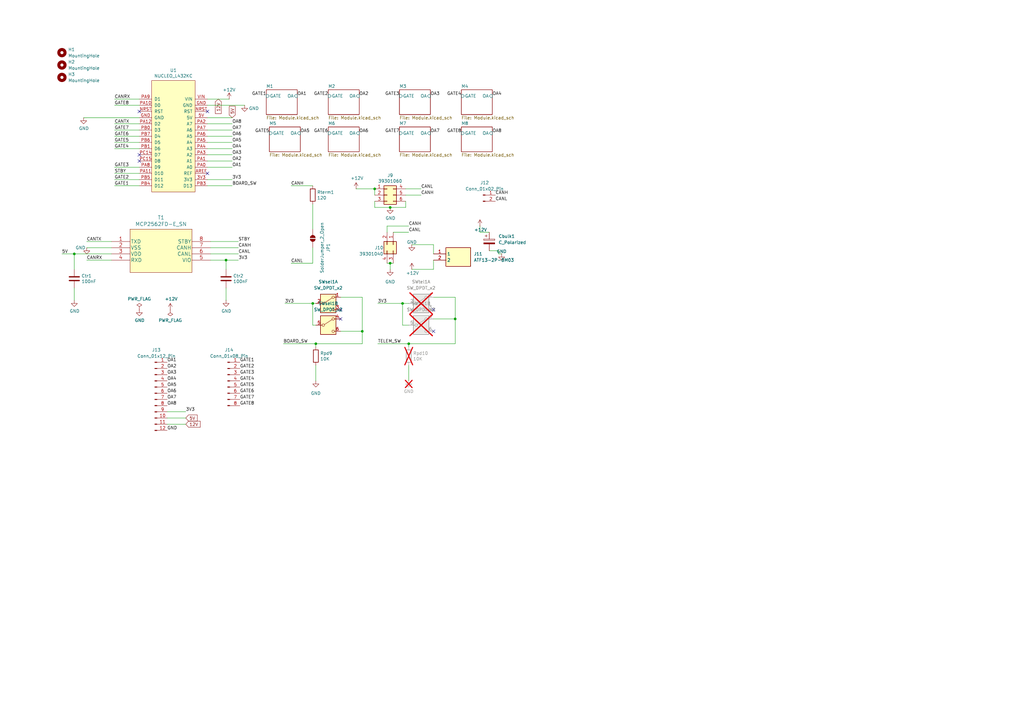
<source format=kicad_sch>
(kicad_sch (version 20250114) (generator "eeschema") (generator_version "9.0")
  (paper "A3")
  (lib_symbols
    (symbol "ATF13-2P-BM03:ATF13-2P-BM03"
      (property "Reference" "J" (at 16.51 7.62 0))
      (property "Value" "ATF13-2P-BM03" (at 16.51 5.08 0))
      (symbol "ATF13-2P-BM03_1_1"
        (rectangle (start 5.08 2.54) (end 15.24 -5.08) (stroke (width 0.254)) (fill (type background)))
        (pin passive line (at 0 0 0) (length 5.08) (name "1") (number "1"))
        (pin passive line (at 0 -2.54 0) (length 5.08) (name "2") (number "2"))
      )
    )
    (symbol "CAN_Accessories-rescue:MCP2562FD-E_SN-2021-02-19_16-08-03" (pin_names (offset 0.254))
      (property "Reference" "U" (at 0 12.7 0))
      (property "Value" "MCP2562FD-E_SN-2021-02-19_16-08-03" (at 0 10.16 0))
      (symbol "MCP2562FD-E_SN-2021-02-19_16-08-03_1_1"
        (rectangle (start -12.7 7.62) (end 12.7 -10.16) (fill (type background)))
        (pin input line (at -20.32 2.54 0) (length 7.62) (name "TXD") (number "1"))
        (pin power_in line (at -20.32 0 0) (length 7.62) (name "VSS") (number "2"))
        (pin power_in line (at -20.32 -2.54 0) (length 7.62) (name "VDD") (number "3"))
        (pin output line (at -20.32 -5.08 0) (length 7.62) (name "RXD") (number "4"))
        (pin input line (at 20.32 2.54 180) (length 7.62) (name "STBY") (number "8"))
        (pin bidirectional line (at 20.32 0 180) (length 7.62) (name "CANH") (number "7"))
        (pin bidirectional line (at 20.32 -2.54 180) (length 7.62) (name "CANL") (number "6"))
        (pin power_in line (at 20.32 -5.08 180) (length 7.62) (name "VIO") (number "5"))
      )
    )
    (symbol "Connector:Conn_01x02_Pin" (pin_names (offset 1.016) (hide yes))
      (property "Reference" "J" (at 0 2.54 0))
      (property "Value" "Conn_01x02_Pin" (at 0 -5.08 0))
      (symbol "Conn_01x02_Pin_1_1"
        (rectangle (start 0.8636 0.127) (end 0 -0.127) (stroke (width 0.1524)) (fill (type outline)))
        (rectangle (start 0.8636 -2.413) (end 0 -2.667) (stroke (width 0.1524)) (fill (type outline)))
        (polyline (pts (xy 1.27 0) (xy 0.8636 0)) (stroke (width 0.1524)))
        (polyline (pts (xy 1.27 -2.54) (xy 0.8636 -2.54)) (stroke (width 0.1524)))
        (pin passive line (at 5.08 0 180) (length 3.81) (name "Pin_1") (number "1"))
        (pin passive line (at 5.08 -2.54 180) (length 3.81) (name "Pin_2") (number "2"))
      )
    )
    (symbol "Connector:Conn_01x08_Pin" (pin_names (offset 1.016) (hide yes))
      (property "Reference" "J" (at 0 10.16 0))
      (property "Value" "Conn_01x08_Pin" (at 0 -12.7 0))
      (symbol "Conn_01x08_Pin_1_1"
        (rectangle (start 0.8636 7.747) (end 0 7.493) (stroke (width 0.1524)) (fill (type outline)))
        (rectangle (start 0.8636 5.207) (end 0 4.953) (stroke (width 0.1524)) (fill (type outline)))
        (rectangle (start 0.8636 2.667) (end 0 2.413) (stroke (width 0.1524)) (fill (type outline)))
        (rectangle (start 0.8636 0.127) (end 0 -0.127) (stroke (width 0.1524)) (fill (type outline)))
        (rectangle (start 0.8636 -2.413) (end 0 -2.667) (stroke (width 0.1524)) (fill (type outline)))
        (rectangle (start 0.8636 -4.953) (end 0 -5.207) (stroke (width 0.1524)) (fill (type outline)))
        (rectangle (start 0.8636 -7.493) (end 0 -7.747) (stroke (width 0.1524)) (fill (type outline)))
        (rectangle (start 0.8636 -10.033) (end 0 -10.287) (stroke (width 0.1524)) (fill (type outline)))
        (polyline (pts (xy 1.27 7.62) (xy 0.8636 7.62)) (stroke (width 0.1524)))
        (polyline (pts (xy 1.27 5.08) (xy 0.8636 5.08)) (stroke (width 0.1524)))
        (polyline (pts (xy 1.27 2.54) (xy 0.8636 2.54)) (stroke (width 0.1524)))
        (polyline (pts (xy 1.27 0) (xy 0.8636 0)) (stroke (width 0.1524)))
        (polyline (pts (xy 1.27 -2.54) (xy 0.8636 -2.54)) (stroke (width 0.1524)))
        (polyline (pts (xy 1.27 -5.08) (xy 0.8636 -5.08)) (stroke (width 0.1524)))
        (polyline (pts (xy 1.27 -7.62) (xy 0.8636 -7.62)) (stroke (width 0.1524)))
        (polyline (pts (xy 1.27 -10.16) (xy 0.8636 -10.16)) (stroke (width 0.1524)))
        (pin passive line (at 5.08 7.62 180) (length 3.81) (name "Pin_1") (number "1"))
        (pin passive line (at 5.08 5.08 180) (length 3.81) (name "Pin_2") (number "2"))
        (pin passive line (at 5.08 2.54 180) (length 3.81) (name "Pin_3") (number "3"))
        (pin passive line (at 5.08 0 180) (length 3.81) (name "Pin_4") (number "4"))
        (pin passive line (at 5.08 -2.54 180) (length 3.81) (name "Pin_5") (number "5"))
        (pin passive line (at 5.08 -5.08 180) (length 3.81) (name "Pin_6") (number "6"))
        (pin passive line (at 5.08 -7.62 180) (length 3.81) (name "Pin_7") (number "7"))
        (pin passive line (at 5.08 -10.16 180) (length 3.81) (name "Pin_8") (number "8"))
      )
    )
    (symbol "Connector:Conn_01x12_Pin" (pin_names (offset 1.016) (hide yes))
      (property "Reference" "J" (at 0 15.24 0))
      (property "Value" "Conn_01x12_Pin" (at 0 -17.78 0))
      (symbol "Conn_01x12_Pin_1_1"
        (rectangle (start 0.8636 12.827) (end 0 12.573) (stroke (width 0.1524)) (fill (type outline)))
        (rectangle (start 0.8636 10.287) (end 0 10.033) (stroke (width 0.1524)) (fill (type outline)))
        (rectangle (start 0.8636 7.747) (end 0 7.493) (stroke (width 0.1524)) (fill (type outline)))
        (rectangle (start 0.8636 5.207) (end 0 4.953) (stroke (width 0.1524)) (fill (type outline)))
        (rectangle (start 0.8636 2.667) (end 0 2.413) (stroke (width 0.1524)) (fill (type outline)))
        (rectangle (start 0.8636 0.127) (end 0 -0.127) (stroke (width 0.1524)) (fill (type outline)))
        (rectangle (start 0.8636 -2.413) (end 0 -2.667) (stroke (width 0.1524)) (fill (type outline)))
        (rectangle (start 0.8636 -4.953) (end 0 -5.207) (stroke (width 0.1524)) (fill (type outline)))
        (rectangle (start 0.8636 -7.493) (end 0 -7.747) (stroke (width 0.1524)) (fill (type outline)))
        (rectangle (start 0.8636 -10.033) (end 0 -10.287) (stroke (width 0.1524)) (fill (type outline)))
        (rectangle (start 0.8636 -12.573) (end 0 -12.827) (stroke (width 0.1524)) (fill (type outline)))
        (rectangle (start 0.8636 -15.113) (end 0 -15.367) (stroke (width 0.1524)) (fill (type outline)))
        (polyline (pts (xy 1.27 12.7) (xy 0.8636 12.7)) (stroke (width 0.1524)))
        (polyline (pts (xy 1.27 10.16) (xy 0.8636 10.16)) (stroke (width 0.1524)))
        (polyline (pts (xy 1.27 7.62) (xy 0.8636 7.62)) (stroke (width 0.1524)))
        (polyline (pts (xy 1.27 5.08) (xy 0.8636 5.08)) (stroke (width 0.1524)))
        (polyline (pts (xy 1.27 2.54) (xy 0.8636 2.54)) (stroke (width 0.1524)))
        (polyline (pts (xy 1.27 0) (xy 0.8636 0)) (stroke (width 0.1524)))
        (polyline (pts (xy 1.27 -2.54) (xy 0.8636 -2.54)) (stroke (width 0.1524)))
        (polyline (pts (xy 1.27 -5.08) (xy 0.8636 -5.08)) (stroke (width 0.1524)))
        (polyline (pts (xy 1.27 -7.62) (xy 0.8636 -7.62)) (stroke (width 0.1524)))
        (polyline (pts (xy 1.27 -10.16) (xy 0.8636 -10.16)) (stroke (width 0.1524)))
        (polyline (pts (xy 1.27 -12.7) (xy 0.8636 -12.7)) (stroke (width 0.1524)))
        (polyline (pts (xy 1.27 -15.24) (xy 0.8636 -15.24)) (stroke (width 0.1524)))
        (pin passive line (at 5.08 12.7 180) (length 3.81) (name "Pin_1") (number "1"))
        (pin passive line (at 5.08 10.16 180) (length 3.81) (name "Pin_2") (number "2"))
        (pin passive line (at 5.08 7.62 180) (length 3.81) (name "Pin_3") (number "3"))
        (pin passive line (at 5.08 5.08 180) (length 3.81) (name "Pin_4") (number "4"))
        (pin passive line (at 5.08 2.54 180) (length 3.81) (name "Pin_5") (number "5"))
        (pin passive line (at 5.08 0 180) (length 3.81) (name "Pin_6") (number "6"))
        (pin passive line (at 5.08 -2.54 180) (length 3.81) (name "Pin_7") (number "7"))
        (pin passive line (at 5.08 -5.08 180) (length 3.81) (name "Pin_8") (number "8"))
        (pin passive line (at 5.08 -7.62 180) (length 3.81) (name "Pin_9") (number "9"))
        (pin passive line (at 5.08 -10.16 180) (length 3.81) (name "Pin_10") (number "10"))
        (pin passive line (at 5.08 -12.7 180) (length 3.81) (name "Pin_11") (number "11"))
        (pin passive line (at 5.08 -15.24 180) (length 3.81) (name "Pin_12") (number "12"))
      )
    )
    (symbol "Connector_Generic:Conn_02x02_Top_Bottom" (pin_names (offset 1.016) (hide yes))
      (property "Reference" "J" (at 1.27 2.54 0))
      (property "Value" "Conn_02x02_Top_Bottom" (at 1.27 -5.08 0))
      (symbol "Conn_02x02_Top_Bottom_1_1"
        (rectangle (start -1.27 1.27) (end 3.81 -3.81) (stroke (width 0.254)) (fill (type background)))
        (rectangle (start -1.27 0.127) (end 0 -0.127) (stroke (width 0.1524)))
        (rectangle (start -1.27 -2.413) (end 0 -2.667) (stroke (width 0.1524)))
        (rectangle (start 3.81 0.127) (end 2.54 -0.127) (stroke (width 0.1524)))
        (rectangle (start 3.81 -2.413) (end 2.54 -2.667) (stroke (width 0.1524)))
        (pin passive line (at -5.08 0 0) (length 3.81) (name "Pin_1") (number "1"))
        (pin passive line (at -5.08 -2.54 0) (length 3.81) (name "Pin_2") (number "2"))
        (pin passive line (at 7.62 0 180) (length 3.81) (name "Pin_3") (number "3"))
        (pin passive line (at 7.62 -2.54 180) (length 3.81) (name "Pin_4") (number "4"))
      )
    )
    (symbol "Connector_Generic:Conn_02x03_Top_Bottom" (pin_names (offset 1.016) (hide yes))
      (property "Reference" "J" (at 1.27 5.08 0))
      (property "Value" "Conn_02x03_Top_Bottom" (at 1.27 -5.08 0))
      (symbol "Conn_02x03_Top_Bottom_1_1"
        (rectangle (start -1.27 3.81) (end 3.81 -3.81) (stroke (width 0.254)) (fill (type background)))
        (rectangle (start -1.27 2.667) (end 0 2.413) (stroke (width 0.1524)))
        (rectangle (start -1.27 0.127) (end 0 -0.127) (stroke (width 0.1524)))
        (rectangle (start -1.27 -2.413) (end 0 -2.667) (stroke (width 0.1524)))
        (rectangle (start 3.81 2.667) (end 2.54 2.413) (stroke (width 0.1524)))
        (rectangle (start 3.81 0.127) (end 2.54 -0.127) (stroke (width 0.1524)))
        (rectangle (start 3.81 -2.413) (end 2.54 -2.667) (stroke (width 0.1524)))
        (pin passive line (at -5.08 2.54 0) (length 3.81) (name "Pin_1") (number "1"))
        (pin passive line (at -5.08 0 0) (length 3.81) (name "Pin_2") (number "2"))
        (pin passive line (at -5.08 -2.54 0) (length 3.81) (name "Pin_3") (number "3"))
        (pin passive line (at 7.62 2.54 180) (length 3.81) (name "Pin_4") (number "4"))
        (pin passive line (at 7.62 0 180) (length 3.81) (name "Pin_5") (number "5"))
        (pin passive line (at 7.62 -2.54 180) (length 3.81) (name "Pin_6") (number "6"))
      )
    )
    (symbol "Device:C" (pin_numbers (hide yes)) (pin_names (offset 0.254))
      (property "Reference" "C" (at 0.635 2.54 0))
      (property "Value" "C" (at 0.635 -2.54 0))
      (symbol "C_0_1"
        (polyline (pts (xy -2.032 0.762) (xy 2.032 0.762)) (stroke (width 0.508)))
        (polyline (pts (xy -2.032 -0.762) (xy 2.032 -0.762)) (stroke (width 0.508)))
      )
      (symbol "C_1_1"
        (pin passive line (at 0 3.81 270) (length 2.794) (name "~") (number "1"))
        (pin passive line (at 0 -3.81 90) (length 2.794) (name "~") (number "2"))
      )
    )
    (symbol "Device:C_Polarized" (pin_numbers (hide yes)) (pin_names (offset 0.254))
      (property "Reference" "C" (at 0.635 2.54 0))
      (property "Value" "C_Polarized" (at 0.635 -2.54 0))
      (symbol "C_Polarized_0_1"
        (rectangle (start -2.286 0.508) (end 2.286 1.016))
        (polyline (pts (xy -1.778 2.286) (xy -0.762 2.286)))
        (polyline (pts (xy -1.27 2.794) (xy -1.27 1.778)))
        (rectangle (start 2.286 -0.508) (end -2.286 -1.016) (fill (type outline)))
      )
      (symbol "C_Polarized_1_1"
        (pin passive line (at 0 3.81 270) (length 2.794) (name "~") (number "1"))
        (pin passive line (at 0 -3.81 90) (length 2.794) (name "~") (number "2"))
      )
    )
    (symbol "Device:R" (pin_numbers (hide yes)) (pin_names (offset 0))
      (property "Reference" "R" (at 2.032 0 90))
      (property "Value" "R" (at 0 0 90))
      (symbol "R_0_1"
        (rectangle (start -1.016 -2.54) (end 1.016 2.54) (stroke (width 0.254)))
      )
      (symbol "R_1_1"
        (pin passive line (at 0 3.81 270) (length 1.27) (name "~") (number "1"))
        (pin passive line (at 0 -3.81 90) (length 1.27) (name "~") (number "2"))
      )
    )
    (symbol "Jumper:SolderJumper_2_Open" (pin_numbers (hide yes)) (pin_names (offset 0) (hide yes)) (in_bom no)
      (property "Reference" "JP" (at 0 2.032 0))
      (property "Value" "SolderJumper_2_Open" (at 0 -2.54 0))
      (symbol "SolderJumper_2_Open_0_1"
        (polyline (pts (xy -0.254 1.016) (xy -0.254 -1.016)))
        (arc (start -0.254 -1.016) (mid -1.2656 0) (end -0.254 1.016))
        (arc (start -0.254 -1.016) (mid -1.2656 0) (end -0.254 1.016) (fill (type outline)))
        (arc (start 0.254 1.016) (mid 1.2656 0) (end 0.254 -1.016))
        (arc (start 0.254 1.016) (mid 1.2656 0) (end 0.254 -1.016) (fill (type outline)))
        (polyline (pts (xy 0.254 1.016) (xy 0.254 -1.016)))
      )
      (symbol "SolderJumper_2_Open_1_1"
        (pin passive line (at -3.81 0 0) (length 2.54) (name "A") (number "1"))
        (pin passive line (at 3.81 0 180) (length 2.54) (name "B") (number "2"))
      )
    )
    (symbol "Mechanical:MountingHole" (pin_names (offset 1.016)) (in_bom no)
      (property "Reference" "H" (at 0 5.08 0))
      (property "Value" "MountingHole" (at 0 3.175 0))
      (symbol "MountingHole_0_1"
        (circle (center 0 0) (radius 1.27) (stroke (width 1.27)))
      )
    )
    (symbol "NUCLEO_L432KC-NUCLEO-L432KC_1" (pin_names (offset 1.016))
      (property "Reference" "U" (at 2.54 2.54 0))
      (property "Value" "NUCLEO_L432KC-NUCLEO-L432KC" (at 10.16 -48.26 0))
      (symbol "NUCLEO_L432KC-NUCLEO-L432KC_1_0_1"
        (rectangle (start 0 0) (end 17.78 -45.72) (fill (type background)))
      )
      (symbol "NUCLEO_L432KC-NUCLEO-L432KC_1_1_1"
        (pin bidirectional line (at -5.08 -7.62 0) (length 5.08) (name "D1") (number "PA9"))
        (pin bidirectional line (at -5.08 -10.16 0) (length 5.08) (name "D0") (number "PA10"))
        (pin bidirectional line (at -5.08 -12.7 0) (length 5.08) (name "RST") (number "NRST"))
        (pin power_in line (at -5.08 -15.24 0) (length 5.08) (name "GND") (number "GND"))
        (pin bidirectional line (at -5.08 -17.78 0) (length 5.08) (name "D2") (number "PA12"))
        (pin bidirectional line (at -5.08 -20.32 0) (length 5.08) (name "D3") (number "PB0"))
        (pin bidirectional line (at -5.08 -22.86 0) (length 5.08) (name "D4") (number "PB7"))
        (pin bidirectional line (at -5.08 -25.4 0) (length 5.08) (name "D5") (number "PB6"))
        (pin bidirectional line (at -5.08 -27.94 0) (length 5.08) (name "D6") (number "PB1"))
        (pin bidirectional line (at -5.08 -30.48 0) (length 5.08) (name "D7") (number "PC14"))
        (pin bidirectional line (at -5.08 -33.02 0) (length 5.08) (name "D8") (number "PC15"))
        (pin bidirectional line (at -5.08 -35.56 0) (length 5.08) (name "D9") (number "PA8"))
        (pin bidirectional line (at -5.08 -38.1 0) (length 5.08) (name "D10") (number "PA11"))
        (pin bidirectional line (at -5.08 -40.64 0) (length 5.08) (name "D11") (number "PB5"))
        (pin bidirectional line (at -5.08 -43.18 0) (length 5.08) (name "D12") (number "PB4"))
        (pin power_in line (at 22.86 -7.62 180) (length 5.08) (name "VIN") (number "VIN"))
        (pin power_in line (at 22.86 -10.16 180) (length 5.08) (name "GND") (number "GND"))
        (pin power_in line (at 22.86 -12.7 180) (length 5.08) (name "RST") (number "NRST"))
        (pin power_out line (at 22.86 -15.24 180) (length 5.08) (name "5V") (number "5V"))
        (pin bidirectional line (at 22.86 -17.78 180) (length 5.08) (name "A7") (number "PA2"))
        (pin bidirectional line (at 22.86 -20.32 180) (length 5.08) (name "A6") (number "PA7"))
        (pin bidirectional line (at 22.86 -22.86 180) (length 5.08) (name "A5") (number "PA6"))
        (pin bidirectional line (at 22.86 -25.4 180) (length 5.08) (name "A4") (number "PA5"))
        (pin bidirectional line (at 22.86 -27.94 180) (length 5.08) (name "A3") (number "PA4"))
        (pin bidirectional line (at 22.86 -30.48 180) (length 5.08) (name "A2") (number "PA3"))
        (pin bidirectional line (at 22.86 -33.02 180) (length 5.08) (name "A1") (number "PA1"))
        (pin bidirectional line (at 22.86 -35.56 180) (length 5.08) (name "A0") (number "PA0"))
        (pin power_in line (at 22.86 -38.1 180) (length 5.08) (name "REF") (number "AREF"))
        (pin power_out line (at 22.86 -40.64 180) (length 5.08) (name "3V3") (number "3V3"))
        (pin bidirectional line (at 22.86 -43.18 180) (length 5.08) (name "D13") (number "PB3"))
      )
    )
    (symbol "Switch:SW_DPDT_x2" (pin_names (offset 0) (hide yes))
      (property "Reference" "SW" (at 0 5.08 0))
      (property "Value" "SW_DPDT_x2" (at 0 -5.08 0))
      (symbol "SW_DPDT_x2_0_0"
        (circle (center -2.032 0) (radius 0.508))
        (circle (center 2.032 -2.54) (radius 0.508))
      )
      (symbol "SW_DPDT_x2_0_1"
        (rectangle (start -3.175 3.81) (end 3.175 -3.81) (stroke (width 0.254)) (fill (type background)))
        (polyline (pts (xy -1.524 0.254) (xy 1.5748 2.286)))
        (circle (center 2.032 2.54) (radius 0.508))
      )
      (symbol "SW_DPDT_x2_1_1"
        (pin passive line (at -5.08 0 0) (length 2.54) (name "B") (number "2"))
        (pin passive line (at 5.08 2.54 180) (length 2.54) (name "A") (number "1"))
        (pin passive line (at 5.08 -2.54 180) (length 2.54) (name "C") (number "3"))
      )
      (symbol "SW_DPDT_x2_2_1"
        (pin passive line (at -5.08 0 0) (length 2.54) (name "B") (number "5"))
        (pin passive line (at 5.08 2.54 180) (length 2.54) (name "A") (number "4"))
        (pin passive line (at 5.08 -2.54 180) (length 2.54) (name "C") (number "6"))
      )
    )
    (symbol "power:+12V" (power) (pin_numbers (hide yes)) (pin_names (offset 0) (hide yes))
      (property "Value" "+12V" (at 0 3.556 0))
      (symbol "+12V_0_1"
        (polyline (pts (xy -0.762 1.27) (xy 0 2.54)))
        (polyline (pts (xy 0 2.54) (xy 0.762 1.27)))
        (polyline (pts (xy 0 0) (xy 0 2.54)))
      )
      (symbol "+12V_1_1"
        (pin power_in line (at 0 0 90) (length 0) (name "~") (number "1"))
      )
    )
    (symbol "power:GND" (power) (pin_numbers (hide yes)) (pin_names (offset 0) (hide yes))
      (property "Value" "GND" (at 0 -3.81 0))
      (symbol "GND_0_1"
        (polyline (pts (xy 0 0) (xy 0 -1.27) (xy 1.27 -1.27) (xy 0 -2.54) (xy -1.27 -1.27) (xy 0 -1.27)))
      )
      (symbol "GND_1_1"
        (pin power_in line (at 0 0 270) (length 0) (name "~") (number "1"))
      )
    )
    (symbol "power:PWR_FLAG" (power) (pin_numbers (hide yes)) (pin_names (offset 0) (hide yes))
      (property "Value" "PWR_FLAG" (at 0 3.81 0))
      (symbol "PWR_FLAG_0_0"
        (pin power_out line (at 0 0 90) (length 0) (name "~") (number "1"))
      )
      (symbol "PWR_FLAG_0_1"
        (polyline (pts (xy 0 0) (xy 0 1.27) (xy -1.016 1.905) (xy 0 2.54) (xy 1.016 1.905) (xy 0 1.27)))
      )
    )
  )
  (junction (at 186.69 130.81))
  (junction (at 153.67 77.47))
  (junction (at 92.71 106.68))
  (junction (at 30.48 104.14))
  (junction (at 167.64 140.97))
  (junction (at 128.27 124.46))
  (junction (at 129.54 140.97))
  (junction (at 148.59 135.89))
  (junction (at 160.02 85.09))
  (junction (at 160.02 107.95))
  (junction (at 165.1 124.46))
  (no_connect (at 57.15 63.5))
  (no_connect (at 57.15 45.72))
  (no_connect (at 177.8 127))
  (no_connect (at 85.09 45.72))
  (no_connect (at 139.7 127))
  (no_connect (at 57.15 66.04))
  (no_connect (at 177.8 135.89))
  (no_connect (at 139.7 130.81))
  (no_connect (at 85.09 71.12))
  (wire (pts (xy 128.27 76.2) (xy 119.38 76.2)))
  (wire (pts (xy 34.29 48.26) (xy 57.15 48.26)))
  (wire (pts (xy 158.75 107.95) (xy 160.02 107.95)))
  (wire (pts (xy 25.4 104.14) (xy 30.48 104.14)))
  (wire (pts (xy 85.09 73.66) (xy 95.25 73.66)))
  (wire (pts (xy 86.36 106.68) (xy 92.71 106.68)))
  (wire (pts (xy 85.09 40.64) (xy 93.98 40.64)))
  (wire (pts (xy 139.7 121.92) (xy 148.59 121.92)))
  (wire (pts (xy 86.36 99.06) (xy 97.79 99.06)))
  (wire (pts (xy 85.09 63.5) (xy 95.25 63.5)))
  (wire (pts (xy 92.71 118.11) (xy 92.71 123.19)))
  (wire (pts (xy 30.48 110.49) (xy 30.48 104.14)))
  (wire (pts (xy 46.99 40.64) (xy 57.15 40.64)))
  (wire (pts (xy 128.27 83.82) (xy 128.27 93.98)))
  (wire (pts (xy 45.72 101.6) (xy 35.56 101.6)))
  (wire (pts (xy 30.48 118.11) (xy 30.48 123.19)))
  (wire (pts (xy 158.75 92.71) (xy 158.75 95.25)))
  (wire (pts (xy 153.67 77.47) (xy 146.05 77.47)))
  (wire (pts (xy 46.99 43.18) (xy 57.15 43.18)))
  (wire (pts (xy 148.59 121.92) (xy 148.59 135.89)))
  (wire (pts (xy 85.09 48.26) (xy 95.25 48.26)))
  (wire (pts (xy 86.36 104.14) (xy 97.79 104.14)))
  (wire (pts (xy 46.99 76.2) (xy 57.15 76.2)))
  (wire (pts (xy 85.09 50.8) (xy 95.25 50.8)))
  (wire (pts (xy 30.48 104.14) (xy 45.72 104.14)))
  (wire (pts (xy 172.72 77.47) (xy 166.37 77.47)))
  (wire (pts (xy 204.47 102.87) (xy 200.66 102.87)))
  (wire (pts (xy 177.8 130.81) (xy 186.69 130.81)))
  (wire (pts (xy 68.58 168.91) (xy 76.2 168.91)))
  (wire (pts (xy 46.99 53.34) (xy 57.15 53.34)))
  (wire (pts (xy 46.99 58.42) (xy 57.15 58.42)))
  (wire (pts (xy 139.7 135.89) (xy 148.59 135.89)))
  (wire (pts (xy 46.99 68.58) (xy 57.15 68.58)))
  (wire (pts (xy 116.84 124.46) (xy 128.27 124.46)))
  (wire (pts (xy 92.71 106.68) (xy 97.79 106.68)))
  (wire (pts (xy 128.27 133.35) (xy 129.54 133.35)))
  (wire (pts (xy 168.91 100.33) (xy 177.8 100.33)))
  (wire (pts (xy 46.99 73.66) (xy 57.15 73.66)))
  (wire (pts (xy 85.09 43.18) (xy 100.33 43.18)))
  (wire (pts (xy 85.09 66.04) (xy 95.25 66.04)))
  (wire (pts (xy 116.205 140.97) (xy 129.54 140.97)))
  (wire (pts (xy 85.09 58.42) (xy 95.25 58.42)))
  (wire (pts (xy 167.64 140.97) (xy 186.69 140.97)))
  (wire (pts (xy 92.71 110.49) (xy 92.71 106.68)))
  (wire (pts (xy 204.47 104.14) (xy 204.47 102.87)))
  (wire (pts (xy 68.58 173.99) (xy 76.2 173.99)))
  (wire (pts (xy 167.64 140.97) (xy 167.64 142.24)))
  (wire (pts (xy 46.99 55.88) (xy 57.15 55.88)))
  (wire (pts (xy 160.02 107.95) (xy 161.29 107.95)))
  (wire (pts (xy 196.85 92.71) (xy 196.85 95.25)))
  (wire (pts (xy 129.54 140.97) (xy 148.59 140.97)))
  (wire (pts (xy 128.27 124.46) (xy 129.54 124.46)))
  (wire (pts (xy 68.58 171.45) (xy 76.2 171.45)))
  (wire (pts (xy 95.25 53.34) (xy 85.09 53.34)))
  (wire (pts (xy 148.59 135.89) (xy 148.59 140.97)))
  (wire (pts (xy 160.02 107.95) (xy 160.02 110.49)))
  (wire (pts (xy 46.99 71.12) (xy 57.15 71.12)))
  (wire (pts (xy 166.37 82.55) (xy 166.37 85.09)))
  (wire (pts (xy 196.85 95.25) (xy 200.66 95.25)))
  (wire (pts (xy 177.8 121.92) (xy 186.69 121.92)))
  (wire (pts (xy 154.94 140.97) (xy 167.64 140.97)))
  (wire (pts (xy 46.99 50.8) (xy 57.15 50.8)))
  (wire (pts (xy 86.36 101.6) (xy 97.79 101.6)))
  (wire (pts (xy 158.75 92.71) (xy 167.64 92.71)))
  (wire (pts (xy 85.09 60.96) (xy 95.25 60.96)))
  (wire (pts (xy 128.27 107.95) (xy 119.38 107.95)))
  (wire (pts (xy 129.54 149.86) (xy 129.54 156.21)))
  (wire (pts (xy 85.09 76.2) (xy 95.25 76.2)))
  (wire (pts (xy 45.72 99.06) (xy 35.56 99.06)))
  (wire (pts (xy 153.67 80.01) (xy 153.67 77.47)))
  (wire (pts (xy 167.64 149.86) (xy 167.64 156.21)))
  (wire (pts (xy 45.72 106.68) (xy 35.56 106.68)))
  (wire (pts (xy 205.74 104.14) (xy 204.47 104.14)))
  (wire (pts (xy 177.8 110.49) (xy 177.8 106.68)))
  (wire (pts (xy 128.27 101.6) (xy 128.27 107.95)))
  (wire (pts (xy 46.99 60.96) (xy 57.15 60.96)))
  (wire (pts (xy 153.67 85.09) (xy 160.02 85.09)))
  (wire (pts (xy 153.67 82.55) (xy 153.67 85.09)))
  (wire (pts (xy 154.94 124.46) (xy 165.1 124.46)))
  (wire (pts (xy 165.1 133.35) (xy 165.1 124.46)))
  (wire (pts (xy 167.64 95.25) (xy 161.29 95.25)))
  (wire (pts (xy 186.69 130.81) (xy 186.69 140.97)))
  (wire (pts (xy 166.37 80.01) (xy 172.72 80.01)))
  (wire (pts (xy 129.54 140.97) (xy 129.54 142.24)))
  (wire (pts (xy 85.09 55.88) (xy 95.25 55.88)))
  (wire (pts (xy 177.8 100.33) (xy 177.8 104.14)))
  (wire (pts (xy 167.64 133.35) (xy 165.1 133.35)))
  (wire (pts (xy 168.91 110.49) (xy 177.8 110.49)))
  (wire (pts (xy 166.37 85.09) (xy 160.02 85.09)))
  (wire (pts (xy 186.69 121.92) (xy 186.69 130.81)))
  (wire (pts (xy 165.1 124.46) (xy 167.64 124.46)))
  (wire (pts (xy 85.09 68.58) (xy 95.25 68.58)))
  (wire (pts (xy 128.27 124.46) (xy 128.27 133.35)))
  (label "OA1" (at 95.25 68.58 0))
  (label "GATE6" (at 98.425 161.29 0))
  (label "CANH" (at 203.2 80.01 0))
  (label "3V3" (at 97.79 106.68 0))
  (label "OA7" (at 176.53 54.61 0))
  (label "OA3" (at 95.25 63.5 0))
  (label "GATE6" (at 134.62 54.61 180))
  (label "OA4" (at 68.58 156.21 0))
  (label "STBY" (at 46.99 71.12 0))
  (label "5V" (at 25.4 104.14 0))
  (label "GATE8" (at 46.99 43.18 0))
  (label "GATE8" (at 189.23 54.61 180))
  (label "3V3" (at 154.94 124.46 0))
  (label "GATE3" (at 98.425 153.67 0))
  (label "OA5" (at 123.19 54.61 0))
  (label "OA8" (at 95.25 50.8 0))
  (label "CANRX" (at 46.99 40.64 0))
  (label "GATE1" (at 109.22 39.37 180))
  (label "STBY" (at 97.79 99.06 0))
  (label "CANL" (at 167.64 95.25 0))
  (label "BOARD_SW" (at 95.25 76.2 0))
  (label "GATE2" (at 46.99 73.66 0))
  (label "GATE3" (at 46.99 68.58 0))
  (label "GATE2" (at 134.62 39.37 180))
  (label "OA3" (at 68.58 153.67 0))
  (label "GATE8" (at 98.425 166.37 0))
  (label "OA2" (at 147.32 39.37 0))
  (label "GND" (at 68.58 176.53 0))
  (label "GATE5" (at 46.99 58.42 0))
  (label "GATE4" (at 46.99 60.96 0))
  (label "CANL" (at 119.38 107.95 0))
  (label "OA2" (at 68.58 151.13 0))
  (label "GATE7" (at 46.99 53.34 0))
  (label "GATE4" (at 98.425 156.21 0))
  (label "GATE3" (at 163.83 39.37 180))
  (label "GATE4" (at 189.23 39.37 180))
  (label "CANH" (at 97.79 101.6 0))
  (label "OA4" (at 201.93 39.37 0))
  (label "CANH" (at 172.72 80.01 0))
  (label "OA7" (at 95.25 53.34 0))
  (label "CANL" (at 203.2 82.55 0))
  (label "GATE7" (at 163.83 54.61 180))
  (label "GATE1" (at 46.99 76.2 0))
  (label "3V3" (at 95.25 73.66 0))
  (label "GATE2" (at 98.425 151.13 0))
  (label "CANTX" (at 35.56 99.06 0))
  (label "OA1" (at 121.92 39.37 0))
  (label "CANH" (at 119.38 76.2 0))
  (label "GATE1" (at 98.425 148.59 0))
  (label "3V3" (at 116.84 124.46 0))
  (label "TELEM_SW" (at 154.94 140.97 0))
  (label "OA8" (at 68.58 166.37 0))
  (label "OA3" (at 176.53 39.37 0))
  (label "OA6" (at 68.58 161.29 0))
  (label "GATE7" (at 98.425 163.83 0))
  (label "GATE5" (at 98.425 158.75 0))
  (label "GATE5" (at 110.49 54.61 180))
  (label "OA5" (at 68.58 158.75 0))
  (label "CANL" (at 97.79 104.14 0))
  (label "OA5" (at 95.25 58.42 0))
  (label "CANTX" (at 46.99 50.8 0))
  (label "OA6" (at 95.25 55.88 0))
  (label "CANRX" (at 35.56 106.68 0))
  (label "OA4" (at 95.25 60.96 0))
  (label "GATE6" (at 46.99 55.88 0))
  (label "OA6" (at 147.32 54.61 0))
  (label "OA1" (at 68.58 148.59 0))
  (label "BOARD_SW" (at 116.205 140.97 0))
  (label "CANL" (at 172.72 77.47 0))
  (label "OA7" (at 68.58 163.83 0))
  (label "CANH" (at 167.64 92.71 0))
  (label "OA2" (at 95.25 66.04 0))
  (label "3V3" (at 76.2 168.91 0))
  (label "OA8" (at 201.93 54.61 0))
  (global_label "12V" (shape input) (at 76.2 173.99 0) (property "Intersheetrefs" "${INTERSHEET_REFS}" (effects (hide yes))))
  (global_label "5V" (shape input) (at 76.2 171.45 0) (property "Intersheetrefs" "${INTERSHEET_REFS}" (effects (hide yes))))
  (global_label "5V" (shape input) (at 95.25 48.26 90) (property "Intersheetrefs" "${INTERSHEET_REFS}" (effects (hide yes))))
  (global_label "12V" (shape input) (at 89.535 40.64 270) (property "Intersheetrefs" "${INTERSHEET_REFS}" (effects (hide yes))))
  (symbol (lib_id "Connector_Generic:Conn_02x03_Top_Bottom") (at 158.75 80.01 0) (unit 1)
    (property "Reference" "J9" (at 160.02 71.9582 0))
    (property "Value" "39301060" (at 160.02 74.2696 0))
    (property "Footprint" "Connector_Molex:Molex_Mini-Fit_Jr_5569-06A2_2x03_P4.20mm_Horizontal" (effects (hide yes)))
  )
  (symbol (lib_id "Device:R") (at 128.27 80.01 0) (unit 1)
    (property "Reference" "Rterm1" (at 130.048 78.8416 0) (effects (justify left)))
    (property "Value" "120" (at 130.048 81.153 0) (effects (justify left)))
    (property "Footprint" "Resistor_SMD:R_0805_2012Metric" (effects (hide yes)))
    (property "Datasheet" "https://www.yageogroup.com/browse/products?search=PYu-RT_1-to-0.01_RoHS_L_12.pdf" (effects (hide yes)))
  )
  (symbol (lib_id "power:GND") (at 57.15 127 0) (unit 1)
    (property "Reference" "#PWR0105" (effects (hide yes)))
    (property "Value" "GND" (at 57.277 131.3942 0))
  )
  (symbol (lib_id "power:+12V") (at 69.85 127 0) (unit 1)
    (property "Reference" "#PWR0108" (effects (hide yes)))
    (property "Value" "+12V" (at 70.231 122.6058 0))
  )
  (symbol (lib_id "power:PWR_FLAG") (at 69.85 127 0) (mirror x) (unit 1)
    (property "Reference" "#FLG0107" (effects (hide yes)))
    (property "Value" "PWR_FLAG" (at 69.85 131.3942 0))
  )
  (symbol (lib_id "power:PWR_FLAG") (at 57.15 127 0) (unit 1)
    (property "Reference" "#FLG0108" (effects (hide yes)))
    (property "Value" "PWR_FLAG" (at 57.15 122.6058 0))
  )
  (symbol (lib_id "power:+12V") (at 146.05 77.47 0) (unit 1)
    (property "Reference" "#PWR0109" (effects (hide yes)))
    (property "Value" "+12V" (at 146.431 73.0758 0))
  )
  (symbol (lib_id "power:GND") (at 35.56 101.6 0) (unit 1)
    (property "Reference" "#PWR04" (effects (hide yes)))
    (property "Value" "GND" (at 33.02 101.6 0))
  )
  (symbol (lib_id "Device:C") (at 92.71 114.3 0) (unit 1)
    (property "Reference" "Ctr2" (at 95.631 113.1316 0) (effects (justify left)))
    (property "Value" "100nF" (at 95.631 115.443 0) (effects (justify left)))
    (property "Footprint" "Capacitor_SMD:C_0805_2012Metric" (effects (hide yes)))
  )
  (symbol (lib_id "power:GND") (at 160.02 85.09 0) (unit 1)
    (property "Reference" "#PWR0110" (effects (hide yes)))
    (property "Value" "GND" (at 160.147 89.4842 0))
  )
  (symbol (lib_id "Device:C") (at 30.48 114.3 0) (unit 1)
    (property "Reference" "Ctr1" (at 33.401 113.1316 0) (effects (justify left)))
    (property "Value" "100nF" (at 33.401 115.443 0) (effects (justify left)))
    (property "Footprint" "Capacitor_SMD:C_0805_2012Metric" (effects (hide yes)))
  )
  (symbol (lib_id "power:GND") (at 30.48 123.19 0) (unit 1)
    (property "Reference" "#PWR02" (effects (hide yes)))
    (property "Value" "GND" (at 30.607 127.5842 0))
  )
  (symbol (lib_id "power:GND") (at 92.71 123.19 0) (unit 1)
    (property "Reference" "#PWR05" (effects (hide yes)))
    (property "Value" "GND" (at 92.837 127.5842 0))
  )
  (symbol (lib_id "power:+12V") (at 93.98 40.64 0) (unit 1)
    (property "Reference" "#PWR0115" (effects (hide yes)))
    (property "Value" "+12V" (at 93.98 36.83 0))
  )
  (symbol (lib_id "power:GND") (at 100.33 43.18 0) (unit 1)
    (property "Reference" "#PWR0117" (effects (hide yes)))
    (property "Value" "GND" (at 104.14 44.45 0))
  )
  (symbol (lib_id "Jumper:SolderJumper_2_Open") (at 128.27 97.79 270) (unit 1)
    (property "Reference" "JP1" (at 134.62 101.6 0))
    (property "Value" "SolderJumper_2_Open" (at 132.08 101.6 0))
    (property "Footprint" "Jumper:SolderJumper-2_P1.3mm_Open_Pad1.0x1.5mm" (effects (hide yes)))
  )
  (symbol (lib_name "NUCLEO_L432KC-NUCLEO-L432KC_1") (lib_id "CAN_Accessories-rescue:NUCLEO_L432KC-NUCLEO-L432KC") (at 62.23 33.02 0) (unit 1)
    (property "Reference" "U1" (at 71.12 28.829 0))
    (property "Value" "NUCLEO_L432KC" (at 71.12 31.1404 0))
    (property "Footprint" "footprint:MODULE_NUCLEO-L432KC" (effects (hide yes)))
  )
  (symbol (lib_id "CAN_Accessories-rescue:MCP2562FD-E_SN-2021-02-19_16-08-03") (at 66.04 101.6 0) (unit 1)
    (property "Reference" "T1" (at 66.04 89.2302 0) (effects (font (size 1.524 1.524))))
    (property "Value" "MCP2562FD-E_SN" (at 66.04 91.9226 0) (effects (font (size 1.524 1.524))))
    (property "Footprint" "Package_SO:SOIC-8_3.9x4.9mm_P1.27mm" (effects (hide yes)))
    (property "Datasheet" "https://ww1.microchip.com/downloads/aemDocuments/documents/OTH/ProductDocuments/DataSheets/Zero-Drift-65V-High-Side-Current-Sense-Amplifier-DS20006129C.pdf" (effects (hide yes)))
  )
  (symbol (lib_id "Switch:SW_DPDT_x2") (at 134.62 133.35 0) (unit 2)
    (property "Reference" "SWsel1" (at 134.62 124.46 0))
    (property "Value" "SW_DPDT_x2" (at 134.62 127 0))
    (property "Footprint" "footprint:SWITCH_011CQN" (effects (hide yes)))
    (property "Description" "Switch, dual pole double throw, separate symbols" (effects (hide yes)))
  )
  (symbol (lib_id "power:GND") (at 167.64 156.21 0) (unit 1) (dnp yes)
    (property "Reference" "#PWR017" (effects (hide yes)))
    (property "Value" "GND" (at 167.64 160.528 0))
    (property "Description" "Power symbol creates a global label with name \"GND\" , ground" (effects (hide yes)))
  )
  (symbol (lib_id "Connector:Conn_01x12_Pin") (at 63.5 161.29 0) (unit 1)
    (property "Reference" "J13" (at 64.135 143.51 0))
    (property "Value" "Conn_01x12_Pin" (at 64.135 146.05 0))
    (property "Footprint" "Connector_PinHeader_2.54mm:PinHeader_1x12_P2.54mm_Vertical" (effects (hide yes)))
    (property "Description" "Generic connector, single row, 01x12, script generated" (effects (hide yes)))
  )
  (symbol (lib_id "power:+12V") (at 196.85 92.71 0) (unit 1)
    (property "Reference" "#PWR036" (effects (hide yes)))
    (property "Value" "+12V" (at 197.104 94.234 0))
  )
  (symbol (lib_id "power:GND") (at 168.91 100.33 0) (unit 1)
    (property "Reference" "#PWR08" (effects (hide yes)))
    (property "Value" "GND" (at 168.91 99.314 0))
    (property "Description" "Power symbol creates a global label with name \"GND\" , ground" (effects (hide yes)))
  )
  (symbol (lib_id "Switch:SW_DPDT_x2") (at 134.62 124.46 0) (unit 1)
    (property "Reference" "SWsel1" (at 134.62 115.57 0))
    (property "Value" "SW_DPDT_x2" (at 134.62 118.11 0))
    (property "Footprint" "footprint:SWITCH_011CQN" (effects (hide yes)))
    (property "Description" "Switch, dual pole double throw, separate symbols" (effects (hide yes)))
  )
  (symbol (lib_id "power:+12V") (at 168.91 110.49 0) (unit 1)
    (property "Reference" "#PWR07" (effects (hide yes)))
    (property "Value" "+12V" (at 169.164 112.014 0))
  )
  (symbol (lib_id "Switch:SW_DPDT_x2") (at 172.72 133.35 0) (unit 2) (on_board no) (dnp yes)
    (property "Reference" "SWtel1" (at 172.72 124.46 0))
    (property "Value" "SW_DPDT_x2" (at 172.72 127 0))
    (property "Footprint" "footprint:SWITCH_011CQN" (effects (hide yes)))
    (property "Description" "Switch, dual pole double throw, separate symbols" (effects (hide yes)))
  )
  (symbol (lib_id "power:GND") (at 205.74 104.14 0) (unit 1)
    (property "Reference" "#PWR037" (effects (hide yes)))
    (property "Value" "GND" (at 205.74 103.124 0))
    (property "Description" "Power symbol creates a global label with name \"GND\" , ground" (effects (hide yes)))
  )
  (symbol (lib_id "Device:R") (at 129.54 146.05 0) (unit 1)
    (property "Reference" "Rpd9" (at 131.318 144.8816 0) (effects (justify left)))
    (property "Value" "10K" (at 131.318 147.193 0) (effects (justify left)))
    (property "Footprint" "Resistor_SMD:R_0805_2012Metric" (effects (hide yes)))
    (property "Datasheet" "https://www.susumu.co.jp/common/pdf/n_catalog_partition23_en.pdf" (effects (hide yes)))
    (property "Description" "RS2012P-103-D-T5-3" (effects (hide yes)))
  )
  (symbol (lib_id "Mechanical:MountingHole") (at 25.4 21.59 0) (unit 1) (in_bom no)
    (property "Reference" "H1" (at 27.94 20.3199 0) (effects (justify left)))
    (property "Value" "MountingHole" (at 27.94 22.8599 0) (effects (justify left)))
    (property "Footprint" "MountingHole:MountingHole_3.2mm_M3_ISO14580" (effects (hide yes)))
    (property "Description" "Mounting Hole without connection" (effects (hide yes)))
  )
  (symbol (lib_id "Mechanical:MountingHole") (at 25.4 26.67 0) (unit 1) (in_bom no)
    (property "Reference" "H2" (at 27.94 25.3999 0) (effects (justify left)))
    (property "Value" "MountingHole" (at 27.94 27.9399 0) (effects (justify left)))
    (property "Footprint" "MountingHole:MountingHole_3.2mm_M3_ISO14580" (effects (hide yes)))
    (property "Description" "Mounting Hole without connection" (effects (hide yes)))
  )
  (symbol (lib_id "power:GND") (at 34.29 48.26 0) (unit 1)
    (property "Reference" "#PWR016" (effects (hide yes)))
    (property "Value" "GND" (at 34.417 52.6542 0))
  )
  (symbol (lib_id "Connector_Generic:Conn_02x02_Top_Bottom") (at 161.29 100.33 270) (unit 1)
    (property "Reference" "J10" (at 153.67 101.6 90) (effects (justify left)))
    (property "Value" "39301040" (at 147.32 104.14 90) (effects (justify left)))
    (property "Footprint" "Connector_Molex:Molex_Mini-Fit_Jr_5569-04A2_2x02_P4.20mm_Horizontal" (effects (hide yes)))
  )
  (symbol (lib_id "Connector:Conn_01x08_Pin") (at 93.345 156.21 0) (unit 1)
    (property "Reference" "J14" (at 93.98 143.51 0))
    (property "Value" "Conn_01x08_Pin" (at 93.98 146.05 0))
    (property "Footprint" "Connector_PinHeader_2.54mm:PinHeader_1x08_P2.54mm_Vertical" (effects (hide yes)))
    (property "Description" "Generic connector, single row, 01x08, script generated" (effects (hide yes)))
  )
  (symbol (lib_id "power:GND") (at 129.54 156.21 0) (unit 1)
    (property "Reference" "#PWR038" (effects (hide yes)))
    (property "Value" "GND" (at 129.54 161.29 0))
    (property "Description" "Power symbol creates a global label with name \"GND\" , ground" (effects (hide yes)))
  )
  (symbol (lib_id "Device:R") (at 167.64 146.05 0) (unit 1) (on_board no) (dnp yes)
    (property "Reference" "Rpd10" (at 169.418 144.8816 0) (effects (justify left)))
    (property "Value" "10K" (at 169.418 147.193 0) (effects (justify left)))
    (property "Footprint" "Resistor_SMD:R_0805_2012Metric" (effects (hide yes)))
    (property "Datasheet" "https://www.susumu.co.jp/common/pdf/n_catalog_partition23_en.pdf" (effects (hide yes)))
    (property "Description" "RS2012P-103-D-T5-3" (effects (hide yes)))
  )
  (symbol (lib_id "Connector:Conn_01x02_Pin") (at 198.12 80.01 0) (unit 1)
    (property "Reference" "J12" (at 198.755 74.93 0))
    (property "Value" "Conn_01x02_Pin" (at 198.755 77.47 0))
    (property "Footprint" "Connector_PinHeader_2.54mm:PinHeader_1x02_P2.54mm_Vertical" (effects (hide yes)))
    (property "Description" "Generic connector, single row, 01x02, script generated" (effects (hide yes)))
  )
  (symbol (lib_id "Device:C_Polarized") (at 200.66 99.06 0) (unit 1)
    (property "Reference" "Cbulk1" (at 204.47 96.9009 0) (effects (justify left)))
    (property "Value" "C_Polarized" (at 204.47 99.4409 0) (effects (justify left)))
    (property "Footprint" "footprint:CAPAE1030X1050M" (effects (hide yes)))
    (property "Description" "Polarized capacitor" (effects (hide yes)))
  )
  (symbol (lib_id "ATF13-2P-BM03:ATF13-2P-BM03") (at 177.8 104.14 0) (unit 1)
    (property "Reference" "J11" (at 194.31 104.1399 0) (effects (justify left)))
    (property "Value" "ATF13-2P-BM03" (at 194.31 106.6799 0) (effects (justify left)))
    (property "Footprint" "footprint:ATF132PBM03" (effects (hide yes)))
    (property "Datasheet" "https://www.amphenol-sine.com/pdf/datasheet/ATF13-2P-BM03.pdf" (effects (hide yes)))
    (property "Description" "Board Mount Header, Right Angle, AT, 2 Pin, Snap Fit, Tin plate" (effects (hide yes)))
    (property "Height" "18" (effects (hide yes)))
    (property "Mouser Part Number" "654-ATF13-2P-BM03" (effects (hide yes)))
    (property "Mouser Price/Stock" "https://www.mouser.co.uk/ProductDetail/Amphenol-SINE-Systems/ATF13-2P-BM03?qs=%252B6g0mu59x7L1fHh%252BF9ugjw%3D%3D" (effects (hide yes)))
    (property "Manufacturer_Name" "Amphenol Sine Systems" (effects (hide yes)))
    (property "Manufacturer_Part_Number" "ATF13-2P-BM03" (effects (hide yes)))
  )
  (symbol (lib_id "Switch:SW_DPDT_x2") (at 172.72 124.46 0) (unit 1) (on_board no) (dnp yes)
    (property "Reference" "SWtel1" (at 172.72 115.57 0))
    (property "Value" "SW_DPDT_x2" (at 172.72 118.11 0))
    (property "Footprint" "footprint:SWITCH_011CQN" (effects (hide yes)))
    (property "Description" "Switch, dual pole double throw, separate symbols" (effects (hide yes)))
  )
  (symbol (lib_id "Mechanical:MountingHole") (at 25.4 31.75 0) (unit 1) (in_bom no)
    (property "Reference" "H3" (at 27.94 30.4799 0) (effects (justify left)))
    (property "Value" "MountingHole" (at 27.94 33.0199 0) (effects (justify left)))
    (property "Footprint" "MountingHole:MountingHole_3.2mm_M3_ISO14580" (effects (hide yes)))
    (property "Description" "Mounting Hole without connection" (effects (hide yes)))
  )
  (symbol (lib_id "power:GND") (at 160.02 110.49 0) (unit 1)
    (property "Reference" "#PWR040" (effects (hide yes)))
    (property "Value" "GND" (at 160.02 115.57 0))
    (property "Description" "Power symbol creates a global label with name \"GND\" , ground" (effects (hide yes)))
  )
  (sheet (at 163.83 36.83) (size 12.7 10.16) (stroke (width 0.1524))
    (property "Sheetname" "M3" (at 163.83 36.1184 0) (effects (justify left bottom)))
    (property "Sheetfile" "Module.kicad_sch" (at 163.83 47.5746 0) (effects (justify left top)))
    (pin "GATE" input (at 163.83 39.37 180))
    (pin "OA" input (at 176.53 39.37 0))
  )
  (sheet (at 134.62 36.83) (size 12.7 10.16) (stroke (width 0.1524))
    (property "Sheetname" "M2" (at 134.62 36.1184 0) (effects (justify left bottom)))
    (property "Sheetfile" "Module.kicad_sch" (at 134.62 47.5746 0) (effects (justify left top)))
    (pin "GATE" input (at 134.62 39.37 180))
    (pin "OA" input (at 147.32 39.37 0))
  )
  (sheet (at 189.23 52.07) (size 12.7 10.16) (stroke (width 0.1524))
    (property "Sheetname" "M8" (at 189.23 51.3584 0) (effects (justify left bottom)))
    (property "Sheetfile" "Module.kicad_sch" (at 189.23 62.8146 0) (effects (justify left top)))
    (pin "GATE" input (at 189.23 54.61 180))
    (pin "OA" input (at 201.93 54.61 0))
  )
  (sheet (at 163.83 52.07) (size 12.7 10.16) (stroke (width 0.1524))
    (property "Sheetname" "M7" (at 163.83 51.3584 0) (effects (justify left bottom)))
    (property "Sheetfile" "Module.kicad_sch" (at 163.83 62.8146 0) (effects (justify left top)))
    (pin "GATE" input (at 163.83 54.61 180))
    (pin "OA" input (at 176.53 54.61 0))
  )
  (sheet (at 134.62 52.07) (size 12.7 10.16) (stroke (width 0.1524))
    (property "Sheetname" "M6" (at 134.62 51.3584 0) (effects (justify left bottom)))
    (property "Sheetfile" "Module.kicad_sch" (at 134.62 62.8146 0) (effects (justify left top)))
    (pin "GATE" input (at 134.62 54.61 180))
    (pin "OA" input (at 147.32 54.61 0))
  )
  (sheet (at 189.23 36.83) (size 12.7 10.16) (stroke (width 0.1524))
    (property "Sheetname" "M4" (at 189.23 36.1184 0) (effects (justify left bottom)))
    (property "Sheetfile" "Module.kicad_sch" (at 189.23 47.5746 0) (effects (justify left top)))
    (pin "GATE" input (at 189.23 39.37 180))
    (pin "OA" input (at 201.93 39.37 0))
  )
  (sheet (at 110.49 52.07) (size 12.7 10.16) (stroke (width 0.1524))
    (property "Sheetname" "M5" (at 110.49 51.3584 0) (effects (justify left bottom)))
    (property "Sheetfile" "Module.kicad_sch" (at 110.49 62.8146 0) (effects (justify left top)))
    (pin "GATE" input (at 110.49 54.61 180))
    (pin "OA" input (at 123.19 54.61 0))
  )
  (sheet (at 109.22 36.83) (size 12.7 10.16) (stroke (width 0.1524))
    (property "Sheetname" "M1" (at 109.22 36.1184 0) (effects (justify left bottom)))
    (property "Sheetfile" "Module.kicad_sch" (at 109.22 47.5746 0) (effects (justify left top)))
    (pin "GATE" input (at 109.22 39.37 180))
    (pin "OA" input (at 121.92 39.37 0))
  )
)
</source>
